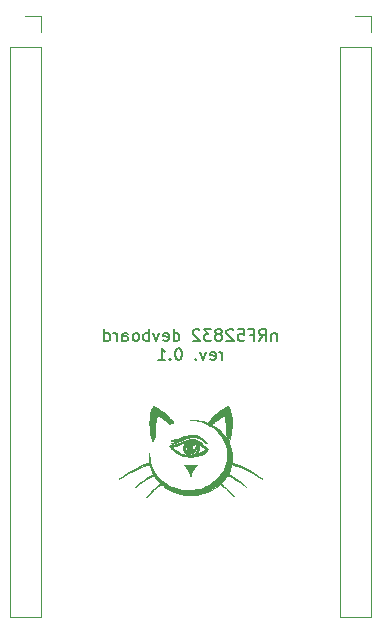
<source format=gbo>
%TF.GenerationSoftware,KiCad,Pcbnew,8.0.3-8.0.3-0~ubuntu22.04.1*%
%TF.CreationDate,2024-10-04T19:55:40+02:00*%
%TF.ProjectId,nrf52832_devboard,6e726635-3238-4333-925f-646576626f61,0.1*%
%TF.SameCoordinates,Original*%
%TF.FileFunction,Legend,Bot*%
%TF.FilePolarity,Positive*%
%FSLAX46Y46*%
G04 Gerber Fmt 4.6, Leading zero omitted, Abs format (unit mm)*
G04 Created by KiCad (PCBNEW 8.0.3-8.0.3-0~ubuntu22.04.1) date 2024-10-04 19:55:40*
%MOMM*%
%LPD*%
G01*
G04 APERTURE LIST*
%ADD10C,0.150000*%
%ADD11C,0.010000*%
%ADD12C,0.120000*%
%ADD13O,1.100000X1.700000*%
%ADD14R,1.700000X1.700000*%
%ADD15O,1.700000X1.700000*%
G04 APERTURE END LIST*
D10*
X166035714Y-83953208D02*
X166035714Y-84619875D01*
X166035714Y-84048446D02*
X165988095Y-84000827D01*
X165988095Y-84000827D02*
X165892857Y-83953208D01*
X165892857Y-83953208D02*
X165750000Y-83953208D01*
X165750000Y-83953208D02*
X165654762Y-84000827D01*
X165654762Y-84000827D02*
X165607143Y-84096065D01*
X165607143Y-84096065D02*
X165607143Y-84619875D01*
X164559524Y-84619875D02*
X164892857Y-84143684D01*
X165130952Y-84619875D02*
X165130952Y-83619875D01*
X165130952Y-83619875D02*
X164750000Y-83619875D01*
X164750000Y-83619875D02*
X164654762Y-83667494D01*
X164654762Y-83667494D02*
X164607143Y-83715113D01*
X164607143Y-83715113D02*
X164559524Y-83810351D01*
X164559524Y-83810351D02*
X164559524Y-83953208D01*
X164559524Y-83953208D02*
X164607143Y-84048446D01*
X164607143Y-84048446D02*
X164654762Y-84096065D01*
X164654762Y-84096065D02*
X164750000Y-84143684D01*
X164750000Y-84143684D02*
X165130952Y-84143684D01*
X163797619Y-84096065D02*
X164130952Y-84096065D01*
X164130952Y-84619875D02*
X164130952Y-83619875D01*
X164130952Y-83619875D02*
X163654762Y-83619875D01*
X162797619Y-83619875D02*
X163273809Y-83619875D01*
X163273809Y-83619875D02*
X163321428Y-84096065D01*
X163321428Y-84096065D02*
X163273809Y-84048446D01*
X163273809Y-84048446D02*
X163178571Y-84000827D01*
X163178571Y-84000827D02*
X162940476Y-84000827D01*
X162940476Y-84000827D02*
X162845238Y-84048446D01*
X162845238Y-84048446D02*
X162797619Y-84096065D01*
X162797619Y-84096065D02*
X162750000Y-84191303D01*
X162750000Y-84191303D02*
X162750000Y-84429398D01*
X162750000Y-84429398D02*
X162797619Y-84524636D01*
X162797619Y-84524636D02*
X162845238Y-84572256D01*
X162845238Y-84572256D02*
X162940476Y-84619875D01*
X162940476Y-84619875D02*
X163178571Y-84619875D01*
X163178571Y-84619875D02*
X163273809Y-84572256D01*
X163273809Y-84572256D02*
X163321428Y-84524636D01*
X162369047Y-83715113D02*
X162321428Y-83667494D01*
X162321428Y-83667494D02*
X162226190Y-83619875D01*
X162226190Y-83619875D02*
X161988095Y-83619875D01*
X161988095Y-83619875D02*
X161892857Y-83667494D01*
X161892857Y-83667494D02*
X161845238Y-83715113D01*
X161845238Y-83715113D02*
X161797619Y-83810351D01*
X161797619Y-83810351D02*
X161797619Y-83905589D01*
X161797619Y-83905589D02*
X161845238Y-84048446D01*
X161845238Y-84048446D02*
X162416666Y-84619875D01*
X162416666Y-84619875D02*
X161797619Y-84619875D01*
X161226190Y-84048446D02*
X161321428Y-84000827D01*
X161321428Y-84000827D02*
X161369047Y-83953208D01*
X161369047Y-83953208D02*
X161416666Y-83857970D01*
X161416666Y-83857970D02*
X161416666Y-83810351D01*
X161416666Y-83810351D02*
X161369047Y-83715113D01*
X161369047Y-83715113D02*
X161321428Y-83667494D01*
X161321428Y-83667494D02*
X161226190Y-83619875D01*
X161226190Y-83619875D02*
X161035714Y-83619875D01*
X161035714Y-83619875D02*
X160940476Y-83667494D01*
X160940476Y-83667494D02*
X160892857Y-83715113D01*
X160892857Y-83715113D02*
X160845238Y-83810351D01*
X160845238Y-83810351D02*
X160845238Y-83857970D01*
X160845238Y-83857970D02*
X160892857Y-83953208D01*
X160892857Y-83953208D02*
X160940476Y-84000827D01*
X160940476Y-84000827D02*
X161035714Y-84048446D01*
X161035714Y-84048446D02*
X161226190Y-84048446D01*
X161226190Y-84048446D02*
X161321428Y-84096065D01*
X161321428Y-84096065D02*
X161369047Y-84143684D01*
X161369047Y-84143684D02*
X161416666Y-84238922D01*
X161416666Y-84238922D02*
X161416666Y-84429398D01*
X161416666Y-84429398D02*
X161369047Y-84524636D01*
X161369047Y-84524636D02*
X161321428Y-84572256D01*
X161321428Y-84572256D02*
X161226190Y-84619875D01*
X161226190Y-84619875D02*
X161035714Y-84619875D01*
X161035714Y-84619875D02*
X160940476Y-84572256D01*
X160940476Y-84572256D02*
X160892857Y-84524636D01*
X160892857Y-84524636D02*
X160845238Y-84429398D01*
X160845238Y-84429398D02*
X160845238Y-84238922D01*
X160845238Y-84238922D02*
X160892857Y-84143684D01*
X160892857Y-84143684D02*
X160940476Y-84096065D01*
X160940476Y-84096065D02*
X161035714Y-84048446D01*
X160511904Y-83619875D02*
X159892857Y-83619875D01*
X159892857Y-83619875D02*
X160226190Y-84000827D01*
X160226190Y-84000827D02*
X160083333Y-84000827D01*
X160083333Y-84000827D02*
X159988095Y-84048446D01*
X159988095Y-84048446D02*
X159940476Y-84096065D01*
X159940476Y-84096065D02*
X159892857Y-84191303D01*
X159892857Y-84191303D02*
X159892857Y-84429398D01*
X159892857Y-84429398D02*
X159940476Y-84524636D01*
X159940476Y-84524636D02*
X159988095Y-84572256D01*
X159988095Y-84572256D02*
X160083333Y-84619875D01*
X160083333Y-84619875D02*
X160369047Y-84619875D01*
X160369047Y-84619875D02*
X160464285Y-84572256D01*
X160464285Y-84572256D02*
X160511904Y-84524636D01*
X159511904Y-83715113D02*
X159464285Y-83667494D01*
X159464285Y-83667494D02*
X159369047Y-83619875D01*
X159369047Y-83619875D02*
X159130952Y-83619875D01*
X159130952Y-83619875D02*
X159035714Y-83667494D01*
X159035714Y-83667494D02*
X158988095Y-83715113D01*
X158988095Y-83715113D02*
X158940476Y-83810351D01*
X158940476Y-83810351D02*
X158940476Y-83905589D01*
X158940476Y-83905589D02*
X158988095Y-84048446D01*
X158988095Y-84048446D02*
X159559523Y-84619875D01*
X159559523Y-84619875D02*
X158940476Y-84619875D01*
X157321428Y-84619875D02*
X157321428Y-83619875D01*
X157321428Y-84572256D02*
X157416666Y-84619875D01*
X157416666Y-84619875D02*
X157607142Y-84619875D01*
X157607142Y-84619875D02*
X157702380Y-84572256D01*
X157702380Y-84572256D02*
X157749999Y-84524636D01*
X157749999Y-84524636D02*
X157797618Y-84429398D01*
X157797618Y-84429398D02*
X157797618Y-84143684D01*
X157797618Y-84143684D02*
X157749999Y-84048446D01*
X157749999Y-84048446D02*
X157702380Y-84000827D01*
X157702380Y-84000827D02*
X157607142Y-83953208D01*
X157607142Y-83953208D02*
X157416666Y-83953208D01*
X157416666Y-83953208D02*
X157321428Y-84000827D01*
X156464285Y-84572256D02*
X156559523Y-84619875D01*
X156559523Y-84619875D02*
X156749999Y-84619875D01*
X156749999Y-84619875D02*
X156845237Y-84572256D01*
X156845237Y-84572256D02*
X156892856Y-84477017D01*
X156892856Y-84477017D02*
X156892856Y-84096065D01*
X156892856Y-84096065D02*
X156845237Y-84000827D01*
X156845237Y-84000827D02*
X156749999Y-83953208D01*
X156749999Y-83953208D02*
X156559523Y-83953208D01*
X156559523Y-83953208D02*
X156464285Y-84000827D01*
X156464285Y-84000827D02*
X156416666Y-84096065D01*
X156416666Y-84096065D02*
X156416666Y-84191303D01*
X156416666Y-84191303D02*
X156892856Y-84286541D01*
X156083332Y-83953208D02*
X155845237Y-84619875D01*
X155845237Y-84619875D02*
X155607142Y-83953208D01*
X155226189Y-84619875D02*
X155226189Y-83619875D01*
X155226189Y-84000827D02*
X155130951Y-83953208D01*
X155130951Y-83953208D02*
X154940475Y-83953208D01*
X154940475Y-83953208D02*
X154845237Y-84000827D01*
X154845237Y-84000827D02*
X154797618Y-84048446D01*
X154797618Y-84048446D02*
X154749999Y-84143684D01*
X154749999Y-84143684D02*
X154749999Y-84429398D01*
X154749999Y-84429398D02*
X154797618Y-84524636D01*
X154797618Y-84524636D02*
X154845237Y-84572256D01*
X154845237Y-84572256D02*
X154940475Y-84619875D01*
X154940475Y-84619875D02*
X155130951Y-84619875D01*
X155130951Y-84619875D02*
X155226189Y-84572256D01*
X154178570Y-84619875D02*
X154273808Y-84572256D01*
X154273808Y-84572256D02*
X154321427Y-84524636D01*
X154321427Y-84524636D02*
X154369046Y-84429398D01*
X154369046Y-84429398D02*
X154369046Y-84143684D01*
X154369046Y-84143684D02*
X154321427Y-84048446D01*
X154321427Y-84048446D02*
X154273808Y-84000827D01*
X154273808Y-84000827D02*
X154178570Y-83953208D01*
X154178570Y-83953208D02*
X154035713Y-83953208D01*
X154035713Y-83953208D02*
X153940475Y-84000827D01*
X153940475Y-84000827D02*
X153892856Y-84048446D01*
X153892856Y-84048446D02*
X153845237Y-84143684D01*
X153845237Y-84143684D02*
X153845237Y-84429398D01*
X153845237Y-84429398D02*
X153892856Y-84524636D01*
X153892856Y-84524636D02*
X153940475Y-84572256D01*
X153940475Y-84572256D02*
X154035713Y-84619875D01*
X154035713Y-84619875D02*
X154178570Y-84619875D01*
X152988094Y-84619875D02*
X152988094Y-84096065D01*
X152988094Y-84096065D02*
X153035713Y-84000827D01*
X153035713Y-84000827D02*
X153130951Y-83953208D01*
X153130951Y-83953208D02*
X153321427Y-83953208D01*
X153321427Y-83953208D02*
X153416665Y-84000827D01*
X152988094Y-84572256D02*
X153083332Y-84619875D01*
X153083332Y-84619875D02*
X153321427Y-84619875D01*
X153321427Y-84619875D02*
X153416665Y-84572256D01*
X153416665Y-84572256D02*
X153464284Y-84477017D01*
X153464284Y-84477017D02*
X153464284Y-84381779D01*
X153464284Y-84381779D02*
X153416665Y-84286541D01*
X153416665Y-84286541D02*
X153321427Y-84238922D01*
X153321427Y-84238922D02*
X153083332Y-84238922D01*
X153083332Y-84238922D02*
X152988094Y-84191303D01*
X152511903Y-84619875D02*
X152511903Y-83953208D01*
X152511903Y-84143684D02*
X152464284Y-84048446D01*
X152464284Y-84048446D02*
X152416665Y-84000827D01*
X152416665Y-84000827D02*
X152321427Y-83953208D01*
X152321427Y-83953208D02*
X152226189Y-83953208D01*
X151464284Y-84619875D02*
X151464284Y-83619875D01*
X151464284Y-84572256D02*
X151559522Y-84619875D01*
X151559522Y-84619875D02*
X151749998Y-84619875D01*
X151749998Y-84619875D02*
X151845236Y-84572256D01*
X151845236Y-84572256D02*
X151892855Y-84524636D01*
X151892855Y-84524636D02*
X151940474Y-84429398D01*
X151940474Y-84429398D02*
X151940474Y-84143684D01*
X151940474Y-84143684D02*
X151892855Y-84048446D01*
X151892855Y-84048446D02*
X151845236Y-84000827D01*
X151845236Y-84000827D02*
X151749998Y-83953208D01*
X151749998Y-83953208D02*
X151559522Y-83953208D01*
X151559522Y-83953208D02*
X151464284Y-84000827D01*
X161440475Y-86229819D02*
X161440475Y-85563152D01*
X161440475Y-85753628D02*
X161392856Y-85658390D01*
X161392856Y-85658390D02*
X161345237Y-85610771D01*
X161345237Y-85610771D02*
X161249999Y-85563152D01*
X161249999Y-85563152D02*
X161154761Y-85563152D01*
X160440475Y-86182200D02*
X160535713Y-86229819D01*
X160535713Y-86229819D02*
X160726189Y-86229819D01*
X160726189Y-86229819D02*
X160821427Y-86182200D01*
X160821427Y-86182200D02*
X160869046Y-86086961D01*
X160869046Y-86086961D02*
X160869046Y-85706009D01*
X160869046Y-85706009D02*
X160821427Y-85610771D01*
X160821427Y-85610771D02*
X160726189Y-85563152D01*
X160726189Y-85563152D02*
X160535713Y-85563152D01*
X160535713Y-85563152D02*
X160440475Y-85610771D01*
X160440475Y-85610771D02*
X160392856Y-85706009D01*
X160392856Y-85706009D02*
X160392856Y-85801247D01*
X160392856Y-85801247D02*
X160869046Y-85896485D01*
X160059522Y-85563152D02*
X159821427Y-86229819D01*
X159821427Y-86229819D02*
X159583332Y-85563152D01*
X159202379Y-86134580D02*
X159154760Y-86182200D01*
X159154760Y-86182200D02*
X159202379Y-86229819D01*
X159202379Y-86229819D02*
X159249998Y-86182200D01*
X159249998Y-86182200D02*
X159202379Y-86134580D01*
X159202379Y-86134580D02*
X159202379Y-86229819D01*
X157773808Y-85229819D02*
X157678570Y-85229819D01*
X157678570Y-85229819D02*
X157583332Y-85277438D01*
X157583332Y-85277438D02*
X157535713Y-85325057D01*
X157535713Y-85325057D02*
X157488094Y-85420295D01*
X157488094Y-85420295D02*
X157440475Y-85610771D01*
X157440475Y-85610771D02*
X157440475Y-85848866D01*
X157440475Y-85848866D02*
X157488094Y-86039342D01*
X157488094Y-86039342D02*
X157535713Y-86134580D01*
X157535713Y-86134580D02*
X157583332Y-86182200D01*
X157583332Y-86182200D02*
X157678570Y-86229819D01*
X157678570Y-86229819D02*
X157773808Y-86229819D01*
X157773808Y-86229819D02*
X157869046Y-86182200D01*
X157869046Y-86182200D02*
X157916665Y-86134580D01*
X157916665Y-86134580D02*
X157964284Y-86039342D01*
X157964284Y-86039342D02*
X158011903Y-85848866D01*
X158011903Y-85848866D02*
X158011903Y-85610771D01*
X158011903Y-85610771D02*
X157964284Y-85420295D01*
X157964284Y-85420295D02*
X157916665Y-85325057D01*
X157916665Y-85325057D02*
X157869046Y-85277438D01*
X157869046Y-85277438D02*
X157773808Y-85229819D01*
X157011903Y-86134580D02*
X156964284Y-86182200D01*
X156964284Y-86182200D02*
X157011903Y-86229819D01*
X157011903Y-86229819D02*
X157059522Y-86182200D01*
X157059522Y-86182200D02*
X157011903Y-86134580D01*
X157011903Y-86134580D02*
X157011903Y-86229819D01*
X156011904Y-86229819D02*
X156583332Y-86229819D01*
X156297618Y-86229819D02*
X156297618Y-85229819D01*
X156297618Y-85229819D02*
X156392856Y-85372676D01*
X156392856Y-85372676D02*
X156488094Y-85467914D01*
X156488094Y-85467914D02*
X156583332Y-85515533D01*
D11*
%TO.C,G1*%
X158752452Y-95136366D02*
X158841869Y-95136494D01*
X158956880Y-95136772D01*
X159049983Y-95137231D01*
X159123276Y-95137965D01*
X159178860Y-95139064D01*
X159218832Y-95140620D01*
X159245293Y-95142726D01*
X159260341Y-95145473D01*
X159266076Y-95148953D01*
X159264596Y-95153258D01*
X159258000Y-95158480D01*
X159203434Y-95200488D01*
X159119240Y-95285436D01*
X159038282Y-95391123D01*
X158962246Y-95514704D01*
X158892817Y-95653336D01*
X158831679Y-95804174D01*
X158780519Y-95964375D01*
X158779643Y-95967503D01*
X158766941Y-96009235D01*
X158756071Y-96038844D01*
X158749303Y-96050100D01*
X158743479Y-96042107D01*
X158732347Y-96015641D01*
X158719241Y-95977075D01*
X158706770Y-95939200D01*
X158677027Y-95858045D01*
X158641175Y-95768281D01*
X158602657Y-95678115D01*
X158564918Y-95595752D01*
X158531400Y-95529400D01*
X158466228Y-95419083D01*
X158381719Y-95302508D01*
X158291668Y-95206539D01*
X158215153Y-95135700D01*
X158752452Y-95136366D01*
G36*
X158752452Y-95136366D02*
G01*
X158841869Y-95136494D01*
X158956880Y-95136772D01*
X159049983Y-95137231D01*
X159123276Y-95137965D01*
X159178860Y-95139064D01*
X159218832Y-95140620D01*
X159245293Y-95142726D01*
X159260341Y-95145473D01*
X159266076Y-95148953D01*
X159264596Y-95153258D01*
X159258000Y-95158480D01*
X159203434Y-95200488D01*
X159119240Y-95285436D01*
X159038282Y-95391123D01*
X158962246Y-95514704D01*
X158892817Y-95653336D01*
X158831679Y-95804174D01*
X158780519Y-95964375D01*
X158779643Y-95967503D01*
X158766941Y-96009235D01*
X158756071Y-96038844D01*
X158749303Y-96050100D01*
X158743479Y-96042107D01*
X158732347Y-96015641D01*
X158719241Y-95977075D01*
X158706770Y-95939200D01*
X158677027Y-95858045D01*
X158641175Y-95768281D01*
X158602657Y-95678115D01*
X158564918Y-95595752D01*
X158531400Y-95529400D01*
X158466228Y-95419083D01*
X158381719Y-95302508D01*
X158291668Y-95206539D01*
X158215153Y-95135700D01*
X158752452Y-95136366D01*
G37*
X158854654Y-93339889D02*
X158897644Y-93344403D01*
X158931836Y-93354000D01*
X158965900Y-93370335D01*
X158993506Y-93385805D01*
X159009645Y-93397136D01*
X159007286Y-93402695D01*
X158988616Y-93405904D01*
X158965304Y-93412395D01*
X158923679Y-93439820D01*
X158887677Y-93481889D01*
X158863856Y-93531976D01*
X158861345Y-93540585D01*
X158855015Y-93573495D01*
X158859133Y-93602107D01*
X158875056Y-93639432D01*
X158910990Y-93691960D01*
X158959812Y-93726654D01*
X159017161Y-93738700D01*
X159052072Y-93733098D01*
X159094835Y-93715024D01*
X159130596Y-93689529D01*
X159150251Y-93661869D01*
X159157258Y-93647588D01*
X159171549Y-93637100D01*
X159171972Y-93637118D01*
X159180151Y-93649355D01*
X159183277Y-93680264D01*
X159181946Y-93723982D01*
X159176750Y-93774647D01*
X159168284Y-93826396D01*
X159157143Y-93873366D01*
X159143920Y-93909695D01*
X159113797Y-93961420D01*
X159052245Y-94032522D01*
X158977910Y-94087304D01*
X158896050Y-94121275D01*
X158841299Y-94128364D01*
X158772830Y-94125845D01*
X158704096Y-94114384D01*
X158646580Y-94095183D01*
X158583057Y-94056295D01*
X158514434Y-93990725D01*
X158460249Y-93910150D01*
X158456472Y-93902825D01*
X158441200Y-93868395D01*
X158432264Y-93834189D01*
X158428071Y-93791683D01*
X158427027Y-93732350D01*
X158427065Y-93717727D01*
X158428639Y-93662838D01*
X158433706Y-93622850D01*
X158443890Y-93589165D01*
X158460810Y-93553185D01*
X158480222Y-93517875D01*
X158520760Y-93458912D01*
X158566795Y-93414116D01*
X158625125Y-93376165D01*
X158635500Y-93370497D01*
X158670760Y-93353644D01*
X158703973Y-93344040D01*
X158744274Y-93339740D01*
X158800800Y-93338802D01*
X158854654Y-93339889D01*
G36*
X158854654Y-93339889D02*
G01*
X158897644Y-93344403D01*
X158931836Y-93354000D01*
X158965900Y-93370335D01*
X158993506Y-93385805D01*
X159009645Y-93397136D01*
X159007286Y-93402695D01*
X158988616Y-93405904D01*
X158965304Y-93412395D01*
X158923679Y-93439820D01*
X158887677Y-93481889D01*
X158863856Y-93531976D01*
X158861345Y-93540585D01*
X158855015Y-93573495D01*
X158859133Y-93602107D01*
X158875056Y-93639432D01*
X158910990Y-93691960D01*
X158959812Y-93726654D01*
X159017161Y-93738700D01*
X159052072Y-93733098D01*
X159094835Y-93715024D01*
X159130596Y-93689529D01*
X159150251Y-93661869D01*
X159157258Y-93647588D01*
X159171549Y-93637100D01*
X159171972Y-93637118D01*
X159180151Y-93649355D01*
X159183277Y-93680264D01*
X159181946Y-93723982D01*
X159176750Y-93774647D01*
X159168284Y-93826396D01*
X159157143Y-93873366D01*
X159143920Y-93909695D01*
X159113797Y-93961420D01*
X159052245Y-94032522D01*
X158977910Y-94087304D01*
X158896050Y-94121275D01*
X158841299Y-94128364D01*
X158772830Y-94125845D01*
X158704096Y-94114384D01*
X158646580Y-94095183D01*
X158583057Y-94056295D01*
X158514434Y-93990725D01*
X158460249Y-93910150D01*
X158456472Y-93902825D01*
X158441200Y-93868395D01*
X158432264Y-93834189D01*
X158428071Y-93791683D01*
X158427027Y-93732350D01*
X158427065Y-93717727D01*
X158428639Y-93662838D01*
X158433706Y-93622850D01*
X158443890Y-93589165D01*
X158460810Y-93553185D01*
X158480222Y-93517875D01*
X158520760Y-93458912D01*
X158566795Y-93414116D01*
X158625125Y-93376165D01*
X158635500Y-93370497D01*
X158670760Y-93353644D01*
X158703973Y-93344040D01*
X158744274Y-93339740D01*
X158800800Y-93338802D01*
X158854654Y-93339889D01*
G37*
X158972933Y-92568370D02*
X159087880Y-92574530D01*
X159189338Y-92589216D01*
X159285610Y-92613932D01*
X159385000Y-92650179D01*
X159393777Y-92653822D01*
X159536443Y-92725487D01*
X159679471Y-92819989D01*
X159820140Y-92935114D01*
X159955724Y-93068644D01*
X160083500Y-93218365D01*
X160127950Y-93275146D01*
X160058100Y-93225120D01*
X159929590Y-93134270D01*
X159814180Y-93055680D01*
X159712335Y-92990270D01*
X159621050Y-92936470D01*
X159537321Y-92892714D01*
X159458143Y-92857435D01*
X159380510Y-92829063D01*
X159301419Y-92806033D01*
X159217864Y-92786776D01*
X159210773Y-92785329D01*
X159076620Y-92764003D01*
X158943548Y-92755111D01*
X158809040Y-92759196D01*
X158670579Y-92776805D01*
X158525647Y-92808480D01*
X158371726Y-92854767D01*
X158206298Y-92916210D01*
X158026846Y-92993354D01*
X157830852Y-93086743D01*
X157814147Y-93095012D01*
X157699492Y-93150775D01*
X157602499Y-93195737D01*
X157519242Y-93231399D01*
X157445796Y-93259268D01*
X157378232Y-93280845D01*
X157312626Y-93297637D01*
X157245050Y-93311146D01*
X157227735Y-93312639D01*
X157190959Y-93310604D01*
X157155744Y-93304197D01*
X157134001Y-93295135D01*
X157137323Y-93290368D01*
X157159601Y-93278721D01*
X157198115Y-93262888D01*
X157248301Y-93244877D01*
X157289093Y-93230481D01*
X157367040Y-93200132D01*
X157443462Y-93167164D01*
X157512700Y-93134194D01*
X157569098Y-93103845D01*
X157607000Y-93078735D01*
X157638750Y-93053096D01*
X157594300Y-93062523D01*
X157586110Y-93063855D01*
X157549498Y-93067043D01*
X157495591Y-93069612D01*
X157430254Y-93071326D01*
X157359350Y-93071950D01*
X157351737Y-93071946D01*
X157275019Y-93071307D01*
X157218937Y-93069285D01*
X157179118Y-93065477D01*
X157151188Y-93059480D01*
X157130771Y-93050892D01*
X157092691Y-93029834D01*
X157143471Y-93021091D01*
X157187854Y-93012922D01*
X157288887Y-92991003D01*
X157403720Y-92961892D01*
X157534267Y-92925037D01*
X157682442Y-92879886D01*
X157850157Y-92825887D01*
X158039327Y-92762486D01*
X158061166Y-92755068D01*
X158212895Y-92704854D01*
X158345287Y-92663838D01*
X158461858Y-92631255D01*
X158566123Y-92606335D01*
X158661598Y-92588313D01*
X158751797Y-92576420D01*
X158840236Y-92569889D01*
X158930430Y-92567952D01*
X158972933Y-92568370D01*
G36*
X158972933Y-92568370D02*
G01*
X159087880Y-92574530D01*
X159189338Y-92589216D01*
X159285610Y-92613932D01*
X159385000Y-92650179D01*
X159393777Y-92653822D01*
X159536443Y-92725487D01*
X159679471Y-92819989D01*
X159820140Y-92935114D01*
X159955724Y-93068644D01*
X160083500Y-93218365D01*
X160127950Y-93275146D01*
X160058100Y-93225120D01*
X159929590Y-93134270D01*
X159814180Y-93055680D01*
X159712335Y-92990270D01*
X159621050Y-92936470D01*
X159537321Y-92892714D01*
X159458143Y-92857435D01*
X159380510Y-92829063D01*
X159301419Y-92806033D01*
X159217864Y-92786776D01*
X159210773Y-92785329D01*
X159076620Y-92764003D01*
X158943548Y-92755111D01*
X158809040Y-92759196D01*
X158670579Y-92776805D01*
X158525647Y-92808480D01*
X158371726Y-92854767D01*
X158206298Y-92916210D01*
X158026846Y-92993354D01*
X157830852Y-93086743D01*
X157814147Y-93095012D01*
X157699492Y-93150775D01*
X157602499Y-93195737D01*
X157519242Y-93231399D01*
X157445796Y-93259268D01*
X157378232Y-93280845D01*
X157312626Y-93297637D01*
X157245050Y-93311146D01*
X157227735Y-93312639D01*
X157190959Y-93310604D01*
X157155744Y-93304197D01*
X157134001Y-93295135D01*
X157137323Y-93290368D01*
X157159601Y-93278721D01*
X157198115Y-93262888D01*
X157248301Y-93244877D01*
X157289093Y-93230481D01*
X157367040Y-93200132D01*
X157443462Y-93167164D01*
X157512700Y-93134194D01*
X157569098Y-93103845D01*
X157607000Y-93078735D01*
X157638750Y-93053096D01*
X157594300Y-93062523D01*
X157586110Y-93063855D01*
X157549498Y-93067043D01*
X157495591Y-93069612D01*
X157430254Y-93071326D01*
X157359350Y-93071950D01*
X157351737Y-93071946D01*
X157275019Y-93071307D01*
X157218937Y-93069285D01*
X157179118Y-93065477D01*
X157151188Y-93059480D01*
X157130771Y-93050892D01*
X157092691Y-93029834D01*
X157143471Y-93021091D01*
X157187854Y-93012922D01*
X157288887Y-92991003D01*
X157403720Y-92961892D01*
X157534267Y-92925037D01*
X157682442Y-92879886D01*
X157850157Y-92825887D01*
X158039327Y-92762486D01*
X158061166Y-92755068D01*
X158212895Y-92704854D01*
X158345287Y-92663838D01*
X158461858Y-92631255D01*
X158566123Y-92606335D01*
X158661598Y-92588313D01*
X158751797Y-92576420D01*
X158840236Y-92569889D01*
X158930430Y-92567952D01*
X158972933Y-92568370D01*
G37*
X155594866Y-90119315D02*
X155618750Y-90126858D01*
X155659701Y-90144619D01*
X155713385Y-90170400D01*
X155775466Y-90202000D01*
X155841611Y-90237221D01*
X155907484Y-90273864D01*
X155968750Y-90309730D01*
X156091237Y-90386633D01*
X156279777Y-90517274D01*
X156466239Y-90662181D01*
X156654512Y-90824440D01*
X156848487Y-91007133D01*
X156896993Y-91055025D01*
X156968325Y-91126805D01*
X157038499Y-91198855D01*
X157105103Y-91268585D01*
X157165721Y-91333405D01*
X157217940Y-91390722D01*
X157259345Y-91437948D01*
X157287522Y-91472490D01*
X157300058Y-91491758D01*
X157295006Y-91502473D01*
X157273633Y-91514990D01*
X157272828Y-91515299D01*
X157248490Y-91525370D01*
X157206926Y-91543237D01*
X157153750Y-91566466D01*
X157094576Y-91592623D01*
X156946150Y-91658610D01*
X156854300Y-91577293D01*
X156824467Y-91551202D01*
X156748400Y-91486970D01*
X156665018Y-91419255D01*
X156576585Y-91349669D01*
X156485362Y-91279825D01*
X156393612Y-91211335D01*
X156303598Y-91145812D01*
X156217581Y-91084869D01*
X156137823Y-91030117D01*
X156066588Y-90983171D01*
X156006138Y-90945642D01*
X155958734Y-90919143D01*
X155926639Y-90905287D01*
X155912115Y-90905686D01*
X155911346Y-90907111D01*
X155903637Y-90930376D01*
X155892462Y-90973956D01*
X155878657Y-91033740D01*
X155863061Y-91105618D01*
X155846509Y-91185478D01*
X155829840Y-91269211D01*
X155813890Y-91352705D01*
X155799497Y-91431850D01*
X155787498Y-91502535D01*
X155778729Y-91560650D01*
X155771697Y-91613219D01*
X155758642Y-91718417D01*
X155748065Y-91817512D01*
X155739598Y-91915754D01*
X155732872Y-92018393D01*
X155727519Y-92130681D01*
X155723170Y-92257866D01*
X155719457Y-92405200D01*
X155711457Y-92767150D01*
X155669878Y-92837000D01*
X155667107Y-92841690D01*
X155639833Y-92890159D01*
X155608665Y-92948556D01*
X155579815Y-93005275D01*
X155570431Y-93024010D01*
X155548766Y-93064783D01*
X155531898Y-93093096D01*
X155522862Y-93103700D01*
X155521472Y-93102550D01*
X155513362Y-93084143D01*
X155500661Y-93046452D01*
X155484552Y-92993578D01*
X155466222Y-92929620D01*
X155446855Y-92858677D01*
X155427635Y-92784851D01*
X155409747Y-92712239D01*
X155361746Y-92488265D01*
X155313938Y-92187548D01*
X155285352Y-91889673D01*
X155275901Y-91596704D01*
X155285497Y-91310704D01*
X155314054Y-91033736D01*
X155361484Y-90767864D01*
X155427701Y-90515150D01*
X155512616Y-90277658D01*
X155518979Y-90262358D01*
X155543654Y-90206221D01*
X155565714Y-90160762D01*
X155582957Y-90130312D01*
X155593181Y-90119200D01*
X155594866Y-90119315D01*
G36*
X155594866Y-90119315D02*
G01*
X155618750Y-90126858D01*
X155659701Y-90144619D01*
X155713385Y-90170400D01*
X155775466Y-90202000D01*
X155841611Y-90237221D01*
X155907484Y-90273864D01*
X155968750Y-90309730D01*
X156091237Y-90386633D01*
X156279777Y-90517274D01*
X156466239Y-90662181D01*
X156654512Y-90824440D01*
X156848487Y-91007133D01*
X156896993Y-91055025D01*
X156968325Y-91126805D01*
X157038499Y-91198855D01*
X157105103Y-91268585D01*
X157165721Y-91333405D01*
X157217940Y-91390722D01*
X157259345Y-91437948D01*
X157287522Y-91472490D01*
X157300058Y-91491758D01*
X157295006Y-91502473D01*
X157273633Y-91514990D01*
X157272828Y-91515299D01*
X157248490Y-91525370D01*
X157206926Y-91543237D01*
X157153750Y-91566466D01*
X157094576Y-91592623D01*
X156946150Y-91658610D01*
X156854300Y-91577293D01*
X156824467Y-91551202D01*
X156748400Y-91486970D01*
X156665018Y-91419255D01*
X156576585Y-91349669D01*
X156485362Y-91279825D01*
X156393612Y-91211335D01*
X156303598Y-91145812D01*
X156217581Y-91084869D01*
X156137823Y-91030117D01*
X156066588Y-90983171D01*
X156006138Y-90945642D01*
X155958734Y-90919143D01*
X155926639Y-90905287D01*
X155912115Y-90905686D01*
X155911346Y-90907111D01*
X155903637Y-90930376D01*
X155892462Y-90973956D01*
X155878657Y-91033740D01*
X155863061Y-91105618D01*
X155846509Y-91185478D01*
X155829840Y-91269211D01*
X155813890Y-91352705D01*
X155799497Y-91431850D01*
X155787498Y-91502535D01*
X155778729Y-91560650D01*
X155771697Y-91613219D01*
X155758642Y-91718417D01*
X155748065Y-91817512D01*
X155739598Y-91915754D01*
X155732872Y-92018393D01*
X155727519Y-92130681D01*
X155723170Y-92257866D01*
X155719457Y-92405200D01*
X155711457Y-92767150D01*
X155669878Y-92837000D01*
X155667107Y-92841690D01*
X155639833Y-92890159D01*
X155608665Y-92948556D01*
X155579815Y-93005275D01*
X155570431Y-93024010D01*
X155548766Y-93064783D01*
X155531898Y-93093096D01*
X155522862Y-93103700D01*
X155521472Y-93102550D01*
X155513362Y-93084143D01*
X155500661Y-93046452D01*
X155484552Y-92993578D01*
X155466222Y-92929620D01*
X155446855Y-92858677D01*
X155427635Y-92784851D01*
X155409747Y-92712239D01*
X155361746Y-92488265D01*
X155313938Y-92187548D01*
X155285352Y-91889673D01*
X155275901Y-91596704D01*
X155285497Y-91310704D01*
X155314054Y-91033736D01*
X155361484Y-90767864D01*
X155427701Y-90515150D01*
X155512616Y-90277658D01*
X155518979Y-90262358D01*
X155543654Y-90206221D01*
X155565714Y-90160762D01*
X155582957Y-90130312D01*
X155593181Y-90119200D01*
X155594866Y-90119315D01*
G37*
X160197800Y-93788606D02*
X160193478Y-93798630D01*
X160176245Y-93824788D01*
X160149847Y-93860406D01*
X160118587Y-93899925D01*
X160086768Y-93937780D01*
X160058694Y-93968411D01*
X159945049Y-94068648D01*
X159806059Y-94162226D01*
X159649693Y-94242685D01*
X159549490Y-94281424D01*
X159478877Y-94308724D01*
X159296537Y-94359040D01*
X159105600Y-94392332D01*
X158876946Y-94410027D01*
X158633035Y-94405807D01*
X158390101Y-94378581D01*
X158151544Y-94328901D01*
X157920766Y-94257318D01*
X157701168Y-94164384D01*
X157603377Y-94114142D01*
X157452865Y-94023167D01*
X157316344Y-93921038D01*
X157186762Y-93802798D01*
X157174221Y-93790189D01*
X157122214Y-93735585D01*
X157071805Y-93679346D01*
X157025656Y-93624802D01*
X156997921Y-93589790D01*
X157160754Y-93589790D01*
X157209252Y-93640369D01*
X157252670Y-93684380D01*
X157412741Y-93827598D01*
X157584838Y-93954551D01*
X157765784Y-94063471D01*
X157952404Y-94152590D01*
X158141523Y-94220138D01*
X158329963Y-94264349D01*
X158384754Y-94273520D01*
X158434738Y-94281010D01*
X158464275Y-94283660D01*
X158475895Y-94281424D01*
X158472130Y-94274257D01*
X158455508Y-94262115D01*
X158422743Y-94238056D01*
X158361128Y-94182466D01*
X158301670Y-94117411D01*
X158252664Y-94051508D01*
X158232355Y-94017833D01*
X158182019Y-93904350D01*
X158152710Y-93783524D01*
X158151890Y-93771628D01*
X158318577Y-93771628D01*
X158335768Y-93875075D01*
X158372523Y-93971235D01*
X158427699Y-94057306D01*
X158500156Y-94130488D01*
X158588751Y-94187983D01*
X158692344Y-94226989D01*
X158727029Y-94234989D01*
X158773098Y-94242804D01*
X158806644Y-94245239D01*
X158823615Y-94244295D01*
X158927970Y-94224737D01*
X159023484Y-94183853D01*
X159025295Y-94182579D01*
X159259548Y-94182579D01*
X159263092Y-94181979D01*
X159295242Y-94171932D01*
X159344103Y-94152271D01*
X159404964Y-94125257D01*
X159473119Y-94093155D01*
X159543859Y-94058226D01*
X159612476Y-94022734D01*
X159674260Y-93988943D01*
X159724505Y-93959113D01*
X159766942Y-93931553D01*
X159819444Y-93895841D01*
X159871353Y-93859119D01*
X159918564Y-93824413D01*
X159956974Y-93794749D01*
X159982479Y-93773154D01*
X159990974Y-93762652D01*
X159990196Y-93761531D01*
X159975651Y-93748009D01*
X159945740Y-93722710D01*
X159904233Y-93688774D01*
X159854900Y-93649340D01*
X159843362Y-93640198D01*
X159794994Y-93601595D01*
X159754914Y-93569165D01*
X159727019Y-93546081D01*
X159715200Y-93535517D01*
X159706484Y-93527172D01*
X159680469Y-93505116D01*
X159641710Y-93473443D01*
X159594388Y-93435461D01*
X159542682Y-93394478D01*
X159490773Y-93353803D01*
X159442841Y-93316746D01*
X159403065Y-93286615D01*
X159375627Y-93266719D01*
X159318371Y-93227326D01*
X159363571Y-93308388D01*
X159384296Y-93346384D01*
X159414868Y-93409118D01*
X159435163Y-93465445D01*
X159447132Y-93523286D01*
X159452726Y-93590564D01*
X159453895Y-93675200D01*
X159453295Y-93730090D01*
X159452090Y-93759692D01*
X159450932Y-93788144D01*
X159446051Y-93832097D01*
X159437841Y-93868475D01*
X159425492Y-93903800D01*
X159425140Y-93904682D01*
X159386425Y-93988146D01*
X159338434Y-94071333D01*
X159288270Y-94141925D01*
X159279643Y-94152732D01*
X159263649Y-94174295D01*
X159259548Y-94182579D01*
X159025295Y-94182579D01*
X159107867Y-94124505D01*
X159178826Y-94049554D01*
X159234072Y-93961861D01*
X159271311Y-93864286D01*
X159288254Y-93759692D01*
X159282608Y-93650939D01*
X159255411Y-93547706D01*
X159208576Y-93452938D01*
X159145609Y-93372196D01*
X159069384Y-93307058D01*
X158982780Y-93259105D01*
X158888673Y-93229917D01*
X158789940Y-93221072D01*
X158689458Y-93234151D01*
X158590104Y-93270732D01*
X158583524Y-93274136D01*
X158526089Y-93311993D01*
X158468339Y-93362088D01*
X158418116Y-93416907D01*
X158383265Y-93468932D01*
X158347452Y-93554067D01*
X158322091Y-93663692D01*
X158318577Y-93771628D01*
X158151890Y-93771628D01*
X158144150Y-93659318D01*
X158156061Y-93535698D01*
X158188164Y-93416628D01*
X158240182Y-93306073D01*
X158311836Y-93207998D01*
X158340533Y-93175124D01*
X158361138Y-93149678D01*
X158369000Y-93137385D01*
X158368983Y-93137269D01*
X158357154Y-93139748D01*
X158325196Y-93152038D01*
X158275760Y-93172968D01*
X158211496Y-93201366D01*
X158135056Y-93236062D01*
X158049091Y-93275885D01*
X157956250Y-93319665D01*
X157924475Y-93334763D01*
X157839276Y-93374986D01*
X157771031Y-93406592D01*
X157715287Y-93431475D01*
X157667593Y-93451526D01*
X157623497Y-93468639D01*
X157578550Y-93484705D01*
X157528298Y-93501618D01*
X157498898Y-93510976D01*
X157423204Y-93532831D01*
X157345654Y-93552741D01*
X157279102Y-93567317D01*
X157160754Y-93589790D01*
X156997921Y-93589790D01*
X156986429Y-93575283D01*
X156956785Y-93534119D01*
X156939385Y-93504640D01*
X156936891Y-93490176D01*
X156937717Y-93489687D01*
X156955828Y-93484938D01*
X156993286Y-93477440D01*
X157045204Y-93468120D01*
X157106698Y-93457907D01*
X157159337Y-93449173D01*
X157276064Y-93427214D01*
X157388724Y-93401831D01*
X157501101Y-93371811D01*
X157616980Y-93335937D01*
X157740145Y-93292993D01*
X157874381Y-93241766D01*
X158023471Y-93181039D01*
X158191200Y-93109596D01*
X158258556Y-93080646D01*
X158359583Y-93038426D01*
X158444262Y-93005043D01*
X158516710Y-92979056D01*
X158581045Y-92959026D01*
X158641386Y-92943514D01*
X158701849Y-92931079D01*
X158708663Y-92929851D01*
X158841199Y-92915859D01*
X158972959Y-92921484D01*
X159105753Y-92947341D01*
X159241390Y-92994049D01*
X159381679Y-93062221D01*
X159528430Y-93152476D01*
X159683450Y-93265428D01*
X159683744Y-93265657D01*
X159766199Y-93332199D01*
X159847883Y-93402291D01*
X159926412Y-93473507D01*
X159999402Y-93543423D01*
X160064467Y-93609613D01*
X160119224Y-93669651D01*
X160161288Y-93721113D01*
X160188275Y-93761573D01*
X160188656Y-93762652D01*
X160197800Y-93788606D01*
G36*
X160197800Y-93788606D02*
G01*
X160193478Y-93798630D01*
X160176245Y-93824788D01*
X160149847Y-93860406D01*
X160118587Y-93899925D01*
X160086768Y-93937780D01*
X160058694Y-93968411D01*
X159945049Y-94068648D01*
X159806059Y-94162226D01*
X159649693Y-94242685D01*
X159549490Y-94281424D01*
X159478877Y-94308724D01*
X159296537Y-94359040D01*
X159105600Y-94392332D01*
X158876946Y-94410027D01*
X158633035Y-94405807D01*
X158390101Y-94378581D01*
X158151544Y-94328901D01*
X157920766Y-94257318D01*
X157701168Y-94164384D01*
X157603377Y-94114142D01*
X157452865Y-94023167D01*
X157316344Y-93921038D01*
X157186762Y-93802798D01*
X157174221Y-93790189D01*
X157122214Y-93735585D01*
X157071805Y-93679346D01*
X157025656Y-93624802D01*
X156997921Y-93589790D01*
X157160754Y-93589790D01*
X157209252Y-93640369D01*
X157252670Y-93684380D01*
X157412741Y-93827598D01*
X157584838Y-93954551D01*
X157765784Y-94063471D01*
X157952404Y-94152590D01*
X158141523Y-94220138D01*
X158329963Y-94264349D01*
X158384754Y-94273520D01*
X158434738Y-94281010D01*
X158464275Y-94283660D01*
X158475895Y-94281424D01*
X158472130Y-94274257D01*
X158455508Y-94262115D01*
X158422743Y-94238056D01*
X158361128Y-94182466D01*
X158301670Y-94117411D01*
X158252664Y-94051508D01*
X158232355Y-94017833D01*
X158182019Y-93904350D01*
X158152710Y-93783524D01*
X158151890Y-93771628D01*
X158318577Y-93771628D01*
X158335768Y-93875075D01*
X158372523Y-93971235D01*
X158427699Y-94057306D01*
X158500156Y-94130488D01*
X158588751Y-94187983D01*
X158692344Y-94226989D01*
X158727029Y-94234989D01*
X158773098Y-94242804D01*
X158806644Y-94245239D01*
X158823615Y-94244295D01*
X158927970Y-94224737D01*
X159023484Y-94183853D01*
X159025295Y-94182579D01*
X159259548Y-94182579D01*
X159263092Y-94181979D01*
X159295242Y-94171932D01*
X159344103Y-94152271D01*
X159404964Y-94125257D01*
X159473119Y-94093155D01*
X159543859Y-94058226D01*
X159612476Y-94022734D01*
X159674260Y-93988943D01*
X159724505Y-93959113D01*
X159766942Y-93931553D01*
X159819444Y-93895841D01*
X159871353Y-93859119D01*
X159918564Y-93824413D01*
X159956974Y-93794749D01*
X159982479Y-93773154D01*
X159990974Y-93762652D01*
X159990196Y-93761531D01*
X159975651Y-93748009D01*
X159945740Y-93722710D01*
X159904233Y-93688774D01*
X159854900Y-93649340D01*
X159843362Y-93640198D01*
X159794994Y-93601595D01*
X159754914Y-93569165D01*
X159727019Y-93546081D01*
X159715200Y-93535517D01*
X159706484Y-93527172D01*
X159680469Y-93505116D01*
X159641710Y-93473443D01*
X159594388Y-93435461D01*
X159542682Y-93394478D01*
X159490773Y-93353803D01*
X159442841Y-93316746D01*
X159403065Y-93286615D01*
X159375627Y-93266719D01*
X159318371Y-93227326D01*
X159363571Y-93308388D01*
X159384296Y-93346384D01*
X159414868Y-93409118D01*
X159435163Y-93465445D01*
X159447132Y-93523286D01*
X159452726Y-93590564D01*
X159453895Y-93675200D01*
X159453295Y-93730090D01*
X159452090Y-93759692D01*
X159450932Y-93788144D01*
X159446051Y-93832097D01*
X159437841Y-93868475D01*
X159425492Y-93903800D01*
X159425140Y-93904682D01*
X159386425Y-93988146D01*
X159338434Y-94071333D01*
X159288270Y-94141925D01*
X159279643Y-94152732D01*
X159263649Y-94174295D01*
X159259548Y-94182579D01*
X159025295Y-94182579D01*
X159107867Y-94124505D01*
X159178826Y-94049554D01*
X159234072Y-93961861D01*
X159271311Y-93864286D01*
X159288254Y-93759692D01*
X159282608Y-93650939D01*
X159255411Y-93547706D01*
X159208576Y-93452938D01*
X159145609Y-93372196D01*
X159069384Y-93307058D01*
X158982780Y-93259105D01*
X158888673Y-93229917D01*
X158789940Y-93221072D01*
X158689458Y-93234151D01*
X158590104Y-93270732D01*
X158583524Y-93274136D01*
X158526089Y-93311993D01*
X158468339Y-93362088D01*
X158418116Y-93416907D01*
X158383265Y-93468932D01*
X158347452Y-93554067D01*
X158322091Y-93663692D01*
X158318577Y-93771628D01*
X158151890Y-93771628D01*
X158144150Y-93659318D01*
X158156061Y-93535698D01*
X158188164Y-93416628D01*
X158240182Y-93306073D01*
X158311836Y-93207998D01*
X158340533Y-93175124D01*
X158361138Y-93149678D01*
X158369000Y-93137385D01*
X158368983Y-93137269D01*
X158357154Y-93139748D01*
X158325196Y-93152038D01*
X158275760Y-93172968D01*
X158211496Y-93201366D01*
X158135056Y-93236062D01*
X158049091Y-93275885D01*
X157956250Y-93319665D01*
X157924475Y-93334763D01*
X157839276Y-93374986D01*
X157771031Y-93406592D01*
X157715287Y-93431475D01*
X157667593Y-93451526D01*
X157623497Y-93468639D01*
X157578550Y-93484705D01*
X157528298Y-93501618D01*
X157498898Y-93510976D01*
X157423204Y-93532831D01*
X157345654Y-93552741D01*
X157279102Y-93567317D01*
X157160754Y-93589790D01*
X156997921Y-93589790D01*
X156986429Y-93575283D01*
X156956785Y-93534119D01*
X156939385Y-93504640D01*
X156936891Y-93490176D01*
X156937717Y-93489687D01*
X156955828Y-93484938D01*
X156993286Y-93477440D01*
X157045204Y-93468120D01*
X157106698Y-93457907D01*
X157159337Y-93449173D01*
X157276064Y-93427214D01*
X157388724Y-93401831D01*
X157501101Y-93371811D01*
X157616980Y-93335937D01*
X157740145Y-93292993D01*
X157874381Y-93241766D01*
X158023471Y-93181039D01*
X158191200Y-93109596D01*
X158258556Y-93080646D01*
X158359583Y-93038426D01*
X158444262Y-93005043D01*
X158516710Y-92979056D01*
X158581045Y-92959026D01*
X158641386Y-92943514D01*
X158701849Y-92931079D01*
X158708663Y-92929851D01*
X158841199Y-92915859D01*
X158972959Y-92921484D01*
X159105753Y-92947341D01*
X159241390Y-92994049D01*
X159381679Y-93062221D01*
X159528430Y-93152476D01*
X159683450Y-93265428D01*
X159683744Y-93265657D01*
X159766199Y-93332199D01*
X159847883Y-93402291D01*
X159926412Y-93473507D01*
X159999402Y-93543423D01*
X160064467Y-93609613D01*
X160119224Y-93669651D01*
X160161288Y-93721113D01*
X160188275Y-93761573D01*
X160188656Y-93762652D01*
X160197800Y-93788606D01*
G37*
X162082704Y-92821625D02*
X162012504Y-93064833D01*
X162002648Y-93096871D01*
X161989089Y-93147744D01*
X161980968Y-93187967D01*
X161979774Y-93210883D01*
X161984328Y-93225467D01*
X161997440Y-93261037D01*
X162016397Y-93309277D01*
X162038833Y-93364050D01*
X162106119Y-93544402D01*
X162165571Y-93744447D01*
X162213388Y-93952706D01*
X162214001Y-93955834D01*
X162224337Y-94010266D01*
X162232315Y-94058104D01*
X162238249Y-94103918D01*
X162242449Y-94152278D01*
X162245228Y-94207756D01*
X162246896Y-94274922D01*
X162247765Y-94358346D01*
X162248148Y-94462600D01*
X162248044Y-94544377D01*
X162247304Y-94632429D01*
X162245988Y-94711160D01*
X162244185Y-94776550D01*
X162241986Y-94824580D01*
X162239478Y-94851230D01*
X162230106Y-94903311D01*
X162360128Y-94951052D01*
X162510870Y-95008266D01*
X162836047Y-95143545D01*
X163167688Y-95296824D01*
X163501099Y-95465672D01*
X163831584Y-95647655D01*
X164154450Y-95840343D01*
X164465000Y-96041304D01*
X164488486Y-96057208D01*
X164552814Y-96101311D01*
X164616580Y-96145718D01*
X164676382Y-96187992D01*
X164728818Y-96225695D01*
X164770484Y-96256389D01*
X164797979Y-96277635D01*
X164807900Y-96286996D01*
X164807693Y-96288587D01*
X164804959Y-96289361D01*
X164796513Y-96285710D01*
X164779215Y-96275788D01*
X164749924Y-96257749D01*
X164705500Y-96229745D01*
X164642800Y-96189929D01*
X164410179Y-96045230D01*
X164125015Y-95877485D01*
X163846332Y-95725029D01*
X163569028Y-95585203D01*
X163288001Y-95455349D01*
X162998150Y-95332808D01*
X162922000Y-95302623D01*
X162831293Y-95267958D01*
X162736674Y-95232929D01*
X162641218Y-95198578D01*
X162547998Y-95165948D01*
X162460085Y-95136080D01*
X162380554Y-95110018D01*
X162312477Y-95088804D01*
X162258926Y-95073479D01*
X162222975Y-95065087D01*
X162207697Y-95064670D01*
X162207625Y-95064754D01*
X162202721Y-95078923D01*
X162193085Y-95112631D01*
X162180076Y-95160952D01*
X162165058Y-95218960D01*
X162121133Y-95373526D01*
X162054223Y-95560959D01*
X161970222Y-95752527D01*
X161903311Y-95893105D01*
X162076081Y-95991529D01*
X162245946Y-96091277D01*
X162500657Y-96251737D01*
X162748934Y-96420931D01*
X162984569Y-96594572D01*
X163201350Y-96768372D01*
X163215099Y-96779934D01*
X163293260Y-96846219D01*
X163353803Y-96898581D01*
X163396497Y-96936719D01*
X163421110Y-96960337D01*
X163427410Y-96969135D01*
X163415165Y-96962815D01*
X163384145Y-96941080D01*
X163334117Y-96903630D01*
X163264850Y-96850167D01*
X163009628Y-96659747D01*
X162729840Y-96468020D01*
X162445700Y-96289737D01*
X162442007Y-96287533D01*
X162383476Y-96253603D01*
X162314409Y-96215033D01*
X162238891Y-96173955D01*
X162161010Y-96132502D01*
X162084853Y-96092806D01*
X162014507Y-96056997D01*
X161954058Y-96027209D01*
X161907594Y-96005573D01*
X161879201Y-95994221D01*
X161868669Y-95992810D01*
X161854491Y-95998621D01*
X161837067Y-96016266D01*
X161813237Y-96049127D01*
X161779840Y-96100587D01*
X161682731Y-96243471D01*
X161552131Y-96411560D01*
X161414363Y-96565627D01*
X161302833Y-96681104D01*
X161413733Y-96768827D01*
X161543176Y-96874487D01*
X161772517Y-97077152D01*
X161997432Y-97295036D01*
X162211703Y-97521999D01*
X162409111Y-97751900D01*
X162411634Y-97755032D01*
X162418578Y-97765639D01*
X162409595Y-97759582D01*
X162386171Y-97738263D01*
X162349798Y-97703082D01*
X162301962Y-97655439D01*
X162244152Y-97596735D01*
X162133757Y-97485585D01*
X161924565Y-97285552D01*
X161722852Y-97106939D01*
X161529391Y-96950418D01*
X161344955Y-96816659D01*
X161241160Y-96746089D01*
X161099141Y-96862068D01*
X160923016Y-96997215D01*
X160671610Y-97162641D01*
X160407581Y-97306040D01*
X160130980Y-97427389D01*
X159841857Y-97526667D01*
X159540263Y-97603851D01*
X159226250Y-97658922D01*
X159223471Y-97659300D01*
X159126018Y-97669476D01*
X159010286Y-97676711D01*
X158882489Y-97681008D01*
X158748844Y-97682369D01*
X158615567Y-97680798D01*
X158488873Y-97676296D01*
X158374979Y-97668867D01*
X158280100Y-97658513D01*
X158244704Y-97653366D01*
X157938612Y-97597543D01*
X157649078Y-97523448D01*
X157374417Y-97430361D01*
X157112940Y-97317565D01*
X156862962Y-97184340D01*
X156622795Y-97029968D01*
X156390753Y-96853731D01*
X156260356Y-96746803D01*
X156214033Y-96775432D01*
X156214014Y-96775443D01*
X156178482Y-96799164D01*
X156127433Y-96835588D01*
X156065126Y-96881485D01*
X155995820Y-96933623D01*
X155923771Y-96988770D01*
X155853237Y-97043694D01*
X155788478Y-97095165D01*
X155733750Y-97139949D01*
X155718882Y-97152711D01*
X155674405Y-97192889D01*
X155616885Y-97246755D01*
X155549553Y-97311200D01*
X155475640Y-97383117D01*
X155398379Y-97459397D01*
X155321000Y-97536931D01*
X155270156Y-97588220D01*
X155202751Y-97655999D01*
X155142600Y-97716234D01*
X155091821Y-97766818D01*
X155052530Y-97805643D01*
X155026846Y-97830602D01*
X155016884Y-97839589D01*
X155016946Y-97838050D01*
X155027755Y-97823890D01*
X155049382Y-97799525D01*
X155054270Y-97794175D01*
X155089007Y-97753827D01*
X155120814Y-97713800D01*
X155122935Y-97710976D01*
X155178492Y-97641965D01*
X155250330Y-97559999D01*
X155335312Y-97468178D01*
X155430304Y-97369603D01*
X155532168Y-97267375D01*
X155637769Y-97164597D01*
X155743969Y-97064369D01*
X155847633Y-96969793D01*
X155945625Y-96883970D01*
X156034807Y-96810000D01*
X156196164Y-96680872D01*
X156091113Y-96570481D01*
X156025882Y-96500088D01*
X155867937Y-96310883D01*
X155730976Y-96116572D01*
X155727887Y-96111775D01*
X155692340Y-96057746D01*
X155666697Y-96022139D01*
X155648097Y-96001781D01*
X155633675Y-95993493D01*
X155620568Y-95994101D01*
X155602473Y-96001405D01*
X155564933Y-96018765D01*
X155513734Y-96043528D01*
X155453548Y-96073337D01*
X155389046Y-96105836D01*
X155324899Y-96138671D01*
X155265778Y-96169484D01*
X155216355Y-96195921D01*
X155181300Y-96215626D01*
X155178631Y-96217205D01*
X155140954Y-96239573D01*
X155091096Y-96269278D01*
X155034724Y-96302931D01*
X154977506Y-96337144D01*
X154925109Y-96368529D01*
X154883202Y-96393695D01*
X154857450Y-96409256D01*
X154840560Y-96420081D01*
X154825700Y-96431100D01*
X154823608Y-96432761D01*
X154804804Y-96445911D01*
X154770155Y-96469376D01*
X154723658Y-96500463D01*
X154669309Y-96536479D01*
X154616742Y-96572024D01*
X154544675Y-96622337D01*
X154464769Y-96679378D01*
X154383504Y-96738519D01*
X154307359Y-96795129D01*
X154274544Y-96819841D01*
X154201750Y-96874572D01*
X154147006Y-96915509D01*
X154108713Y-96943762D01*
X154085277Y-96960443D01*
X154075099Y-96966661D01*
X154076583Y-96963527D01*
X154088133Y-96952151D01*
X154108150Y-96933644D01*
X154173710Y-96874877D01*
X154340012Y-96734504D01*
X154523145Y-96590427D01*
X154718195Y-96446119D01*
X154920250Y-96305054D01*
X155124397Y-96170705D01*
X155325724Y-96046544D01*
X155519317Y-95936045D01*
X155596983Y-95893715D01*
X155529926Y-95752832D01*
X155475395Y-95632394D01*
X155395216Y-95424077D01*
X155333532Y-95215483D01*
X155318877Y-95158467D01*
X155306132Y-95110784D01*
X155296762Y-95077801D01*
X155292130Y-95064496D01*
X155287284Y-95064456D01*
X155261798Y-95070156D01*
X155217801Y-95082355D01*
X155158855Y-95099955D01*
X155088517Y-95121860D01*
X155010348Y-95146970D01*
X154927906Y-95174190D01*
X154844750Y-95202422D01*
X154739409Y-95239850D01*
X154477769Y-95341569D01*
X154205090Y-95459059D01*
X153925640Y-95590194D01*
X153643684Y-95732849D01*
X153363490Y-95884896D01*
X153089323Y-96044210D01*
X152825450Y-96208666D01*
X152781954Y-96236742D01*
X152740405Y-96263317D01*
X152714096Y-96279588D01*
X152699576Y-96287579D01*
X152693394Y-96289310D01*
X152692100Y-96286803D01*
X152696750Y-96281526D01*
X152719398Y-96263310D01*
X152758189Y-96234558D01*
X152810124Y-96197366D01*
X152872205Y-96153833D01*
X152941432Y-96106053D01*
X153014806Y-96056126D01*
X153089329Y-96006148D01*
X153162000Y-95958215D01*
X153256216Y-95897453D01*
X153560616Y-95711000D01*
X153873910Y-95533285D01*
X154191390Y-95366711D01*
X154508347Y-95213682D01*
X154820075Y-95076600D01*
X155121865Y-94957868D01*
X155157627Y-94944600D01*
X155208652Y-94924813D01*
X155241168Y-94910155D01*
X155258767Y-94898557D01*
X155265046Y-94887949D01*
X155263596Y-94876262D01*
X155263452Y-94875789D01*
X155259755Y-94850712D01*
X155256482Y-94804785D01*
X155253686Y-94742395D01*
X155251420Y-94667926D01*
X155249740Y-94585766D01*
X155248699Y-94500298D01*
X155248352Y-94415909D01*
X155248751Y-94336984D01*
X155249952Y-94267909D01*
X155252009Y-94213069D01*
X155254974Y-94176850D01*
X155255147Y-94175571D01*
X155260137Y-94139491D01*
X155263532Y-94119911D01*
X155265705Y-94118609D01*
X155267025Y-94137367D01*
X155267865Y-94177963D01*
X155268594Y-94242179D01*
X155269812Y-94302538D01*
X155290239Y-94574501D01*
X155334661Y-94839168D01*
X155402559Y-95095646D01*
X155493411Y-95343043D01*
X155606697Y-95580467D01*
X155741898Y-95807026D01*
X155898493Y-96021826D01*
X156075961Y-96223978D01*
X156273783Y-96412587D01*
X156491438Y-96586762D01*
X156728406Y-96745610D01*
X156953525Y-96871830D01*
X157217572Y-96992877D01*
X157490970Y-97091043D01*
X157772361Y-97166092D01*
X158060386Y-97217787D01*
X158353686Y-97245890D01*
X158650903Y-97250164D01*
X158950677Y-97230372D01*
X159251650Y-97186276D01*
X159254662Y-97185711D01*
X159525494Y-97123123D01*
X159787901Y-97039368D01*
X160040566Y-96935580D01*
X160282168Y-96812893D01*
X160511391Y-96672441D01*
X160726913Y-96515358D01*
X160927418Y-96342779D01*
X161111586Y-96155836D01*
X161278098Y-95955665D01*
X161425636Y-95743399D01*
X161552881Y-95520173D01*
X161658514Y-95287120D01*
X161741216Y-95045374D01*
X161742652Y-95040378D01*
X161805642Y-94776921D01*
X161843280Y-94515028D01*
X161855566Y-94254691D01*
X161842500Y-93995899D01*
X161804080Y-93738643D01*
X161740307Y-93482913D01*
X161651180Y-93228699D01*
X161615492Y-93144184D01*
X161499868Y-92913706D01*
X161361881Y-92692602D01*
X161202973Y-92482387D01*
X161024589Y-92284577D01*
X160828173Y-92100686D01*
X160615166Y-91932230D01*
X160387014Y-91780724D01*
X160253092Y-91707056D01*
X160528000Y-91707056D01*
X160528394Y-91708238D01*
X160542360Y-91720508D01*
X160572305Y-91740200D01*
X160612740Y-91763647D01*
X160693570Y-91810895D01*
X160793998Y-91875151D01*
X160898966Y-91947157D01*
X161001132Y-92021859D01*
X161093150Y-92094204D01*
X161098132Y-92098312D01*
X161214310Y-92200268D01*
X161333377Y-92315480D01*
X161450446Y-92438609D01*
X161560630Y-92564312D01*
X161659042Y-92687248D01*
X161740795Y-92802075D01*
X161741816Y-92803624D01*
X161766227Y-92839690D01*
X161784751Y-92865337D01*
X161793449Y-92875100D01*
X161793737Y-92874894D01*
X161795681Y-92859772D01*
X161797080Y-92823124D01*
X161797967Y-92768377D01*
X161798371Y-92698960D01*
X161798325Y-92618301D01*
X161797858Y-92529829D01*
X161797001Y-92436972D01*
X161795786Y-92343159D01*
X161794242Y-92251819D01*
X161792401Y-92166379D01*
X161790294Y-92090269D01*
X161787952Y-92026916D01*
X161785404Y-91979750D01*
X161777610Y-91878490D01*
X161749798Y-91618042D01*
X161710762Y-91366517D01*
X161658927Y-91113118D01*
X161657039Y-91104798D01*
X161639544Y-91025698D01*
X161625995Y-90968838D01*
X161613190Y-90932343D01*
X161597925Y-90914337D01*
X161577000Y-90912942D01*
X161547211Y-90926283D01*
X161505357Y-90952484D01*
X161448236Y-90989669D01*
X161382830Y-91032234D01*
X161306518Y-91083302D01*
X161232736Y-91133920D01*
X161171016Y-91177626D01*
X161121707Y-91213336D01*
X161075388Y-91246764D01*
X161039307Y-91272679D01*
X161018616Y-91287371D01*
X160989832Y-91308424D01*
X160944544Y-91343646D01*
X160890669Y-91387074D01*
X160831354Y-91436017D01*
X160769744Y-91487786D01*
X160708983Y-91539689D01*
X160652216Y-91589036D01*
X160602590Y-91633136D01*
X160563248Y-91669300D01*
X160537337Y-91694837D01*
X160528000Y-91707056D01*
X160253092Y-91707056D01*
X160145159Y-91647684D01*
X160011294Y-91584064D01*
X159803331Y-91497588D01*
X159594889Y-91426993D01*
X159380175Y-91370620D01*
X159153394Y-91326811D01*
X158908750Y-91293908D01*
X158743650Y-91275814D01*
X158915100Y-91281299D01*
X159012371Y-91285968D01*
X159272852Y-91312711D01*
X159539763Y-91359749D01*
X159808158Y-91426101D01*
X160073086Y-91510786D01*
X160170621Y-91545663D01*
X160206436Y-91502469D01*
X160288865Y-91405307D01*
X160477561Y-91197771D01*
X160676223Y-90998053D01*
X160881232Y-90809402D01*
X161088971Y-90635068D01*
X161295820Y-90478301D01*
X161498162Y-90342349D01*
X161500916Y-90340629D01*
X161557217Y-90306685D01*
X161620923Y-90270135D01*
X161687840Y-90233175D01*
X161753775Y-90198006D01*
X161814535Y-90166826D01*
X161865925Y-90141832D01*
X161903753Y-90125224D01*
X161923825Y-90119200D01*
X161930729Y-90122079D01*
X161947137Y-90142777D01*
X161968885Y-90184409D01*
X161996544Y-90248132D01*
X162030686Y-90335100D01*
X162063989Y-90428309D01*
X162119885Y-90612733D01*
X162166999Y-90805940D01*
X162203104Y-90998286D01*
X162225971Y-91180129D01*
X162228042Y-91206061D01*
X162232614Y-91292614D01*
X162235439Y-91395634D01*
X162236590Y-91509889D01*
X162236140Y-91630150D01*
X162234165Y-91751188D01*
X162230737Y-91867771D01*
X162225929Y-91974671D01*
X162219817Y-92066657D01*
X162212472Y-92138500D01*
X162192976Y-92275223D01*
X162143059Y-92557507D01*
X162110734Y-92698960D01*
X162082704Y-92821625D01*
G36*
X162082704Y-92821625D02*
G01*
X162012504Y-93064833D01*
X162002648Y-93096871D01*
X161989089Y-93147744D01*
X161980968Y-93187967D01*
X161979774Y-93210883D01*
X161984328Y-93225467D01*
X161997440Y-93261037D01*
X162016397Y-93309277D01*
X162038833Y-93364050D01*
X162106119Y-93544402D01*
X162165571Y-93744447D01*
X162213388Y-93952706D01*
X162214001Y-93955834D01*
X162224337Y-94010266D01*
X162232315Y-94058104D01*
X162238249Y-94103918D01*
X162242449Y-94152278D01*
X162245228Y-94207756D01*
X162246896Y-94274922D01*
X162247765Y-94358346D01*
X162248148Y-94462600D01*
X162248044Y-94544377D01*
X162247304Y-94632429D01*
X162245988Y-94711160D01*
X162244185Y-94776550D01*
X162241986Y-94824580D01*
X162239478Y-94851230D01*
X162230106Y-94903311D01*
X162360128Y-94951052D01*
X162510870Y-95008266D01*
X162836047Y-95143545D01*
X163167688Y-95296824D01*
X163501099Y-95465672D01*
X163831584Y-95647655D01*
X164154450Y-95840343D01*
X164465000Y-96041304D01*
X164488486Y-96057208D01*
X164552814Y-96101311D01*
X164616580Y-96145718D01*
X164676382Y-96187992D01*
X164728818Y-96225695D01*
X164770484Y-96256389D01*
X164797979Y-96277635D01*
X164807900Y-96286996D01*
X164807693Y-96288587D01*
X164804959Y-96289361D01*
X164796513Y-96285710D01*
X164779215Y-96275788D01*
X164749924Y-96257749D01*
X164705500Y-96229745D01*
X164642800Y-96189929D01*
X164410179Y-96045230D01*
X164125015Y-95877485D01*
X163846332Y-95725029D01*
X163569028Y-95585203D01*
X163288001Y-95455349D01*
X162998150Y-95332808D01*
X162922000Y-95302623D01*
X162831293Y-95267958D01*
X162736674Y-95232929D01*
X162641218Y-95198578D01*
X162547998Y-95165948D01*
X162460085Y-95136080D01*
X162380554Y-95110018D01*
X162312477Y-95088804D01*
X162258926Y-95073479D01*
X162222975Y-95065087D01*
X162207697Y-95064670D01*
X162207625Y-95064754D01*
X162202721Y-95078923D01*
X162193085Y-95112631D01*
X162180076Y-95160952D01*
X162165058Y-95218960D01*
X162121133Y-95373526D01*
X162054223Y-95560959D01*
X161970222Y-95752527D01*
X161903311Y-95893105D01*
X162076081Y-95991529D01*
X162245946Y-96091277D01*
X162500657Y-96251737D01*
X162748934Y-96420931D01*
X162984569Y-96594572D01*
X163201350Y-96768372D01*
X163215099Y-96779934D01*
X163293260Y-96846219D01*
X163353803Y-96898581D01*
X163396497Y-96936719D01*
X163421110Y-96960337D01*
X163427410Y-96969135D01*
X163415165Y-96962815D01*
X163384145Y-96941080D01*
X163334117Y-96903630D01*
X163264850Y-96850167D01*
X163009628Y-96659747D01*
X162729840Y-96468020D01*
X162445700Y-96289737D01*
X162442007Y-96287533D01*
X162383476Y-96253603D01*
X162314409Y-96215033D01*
X162238891Y-96173955D01*
X162161010Y-96132502D01*
X162084853Y-96092806D01*
X162014507Y-96056997D01*
X161954058Y-96027209D01*
X161907594Y-96005573D01*
X161879201Y-95994221D01*
X161868669Y-95992810D01*
X161854491Y-95998621D01*
X161837067Y-96016266D01*
X161813237Y-96049127D01*
X161779840Y-96100587D01*
X161682731Y-96243471D01*
X161552131Y-96411560D01*
X161414363Y-96565627D01*
X161302833Y-96681104D01*
X161413733Y-96768827D01*
X161543176Y-96874487D01*
X161772517Y-97077152D01*
X161997432Y-97295036D01*
X162211703Y-97521999D01*
X162409111Y-97751900D01*
X162411634Y-97755032D01*
X162418578Y-97765639D01*
X162409595Y-97759582D01*
X162386171Y-97738263D01*
X162349798Y-97703082D01*
X162301962Y-97655439D01*
X162244152Y-97596735D01*
X162133757Y-97485585D01*
X161924565Y-97285552D01*
X161722852Y-97106939D01*
X161529391Y-96950418D01*
X161344955Y-96816659D01*
X161241160Y-96746089D01*
X161099141Y-96862068D01*
X160923016Y-96997215D01*
X160671610Y-97162641D01*
X160407581Y-97306040D01*
X160130980Y-97427389D01*
X159841857Y-97526667D01*
X159540263Y-97603851D01*
X159226250Y-97658922D01*
X159223471Y-97659300D01*
X159126018Y-97669476D01*
X159010286Y-97676711D01*
X158882489Y-97681008D01*
X158748844Y-97682369D01*
X158615567Y-97680798D01*
X158488873Y-97676296D01*
X158374979Y-97668867D01*
X158280100Y-97658513D01*
X158244704Y-97653366D01*
X157938612Y-97597543D01*
X157649078Y-97523448D01*
X157374417Y-97430361D01*
X157112940Y-97317565D01*
X156862962Y-97184340D01*
X156622795Y-97029968D01*
X156390753Y-96853731D01*
X156260356Y-96746803D01*
X156214033Y-96775432D01*
X156214014Y-96775443D01*
X156178482Y-96799164D01*
X156127433Y-96835588D01*
X156065126Y-96881485D01*
X155995820Y-96933623D01*
X155923771Y-96988770D01*
X155853237Y-97043694D01*
X155788478Y-97095165D01*
X155733750Y-97139949D01*
X155718882Y-97152711D01*
X155674405Y-97192889D01*
X155616885Y-97246755D01*
X155549553Y-97311200D01*
X155475640Y-97383117D01*
X155398379Y-97459397D01*
X155321000Y-97536931D01*
X155270156Y-97588220D01*
X155202751Y-97655999D01*
X155142600Y-97716234D01*
X155091821Y-97766818D01*
X155052530Y-97805643D01*
X155026846Y-97830602D01*
X155016884Y-97839589D01*
X155016946Y-97838050D01*
X155027755Y-97823890D01*
X155049382Y-97799525D01*
X155054270Y-97794175D01*
X155089007Y-97753827D01*
X155120814Y-97713800D01*
X155122935Y-97710976D01*
X155178492Y-97641965D01*
X155250330Y-97559999D01*
X155335312Y-97468178D01*
X155430304Y-97369603D01*
X155532168Y-97267375D01*
X155637769Y-97164597D01*
X155743969Y-97064369D01*
X155847633Y-96969793D01*
X155945625Y-96883970D01*
X156034807Y-96810000D01*
X156196164Y-96680872D01*
X156091113Y-96570481D01*
X156025882Y-96500088D01*
X155867937Y-96310883D01*
X155730976Y-96116572D01*
X155727887Y-96111775D01*
X155692340Y-96057746D01*
X155666697Y-96022139D01*
X155648097Y-96001781D01*
X155633675Y-95993493D01*
X155620568Y-95994101D01*
X155602473Y-96001405D01*
X155564933Y-96018765D01*
X155513734Y-96043528D01*
X155453548Y-96073337D01*
X155389046Y-96105836D01*
X155324899Y-96138671D01*
X155265778Y-96169484D01*
X155216355Y-96195921D01*
X155181300Y-96215626D01*
X155178631Y-96217205D01*
X155140954Y-96239573D01*
X155091096Y-96269278D01*
X155034724Y-96302931D01*
X154977506Y-96337144D01*
X154925109Y-96368529D01*
X154883202Y-96393695D01*
X154857450Y-96409256D01*
X154840560Y-96420081D01*
X154825700Y-96431100D01*
X154823608Y-96432761D01*
X154804804Y-96445911D01*
X154770155Y-96469376D01*
X154723658Y-96500463D01*
X154669309Y-96536479D01*
X154616742Y-96572024D01*
X154544675Y-96622337D01*
X154464769Y-96679378D01*
X154383504Y-96738519D01*
X154307359Y-96795129D01*
X154274544Y-96819841D01*
X154201750Y-96874572D01*
X154147006Y-96915509D01*
X154108713Y-96943762D01*
X154085277Y-96960443D01*
X154075099Y-96966661D01*
X154076583Y-96963527D01*
X154088133Y-96952151D01*
X154108150Y-96933644D01*
X154173710Y-96874877D01*
X154340012Y-96734504D01*
X154523145Y-96590427D01*
X154718195Y-96446119D01*
X154920250Y-96305054D01*
X155124397Y-96170705D01*
X155325724Y-96046544D01*
X155519317Y-95936045D01*
X155596983Y-95893715D01*
X155529926Y-95752832D01*
X155475395Y-95632394D01*
X155395216Y-95424077D01*
X155333532Y-95215483D01*
X155318877Y-95158467D01*
X155306132Y-95110784D01*
X155296762Y-95077801D01*
X155292130Y-95064496D01*
X155287284Y-95064456D01*
X155261798Y-95070156D01*
X155217801Y-95082355D01*
X155158855Y-95099955D01*
X155088517Y-95121860D01*
X155010348Y-95146970D01*
X154927906Y-95174190D01*
X154844750Y-95202422D01*
X154739409Y-95239850D01*
X154477769Y-95341569D01*
X154205090Y-95459059D01*
X153925640Y-95590194D01*
X153643684Y-95732849D01*
X153363490Y-95884896D01*
X153089323Y-96044210D01*
X152825450Y-96208666D01*
X152781954Y-96236742D01*
X152740405Y-96263317D01*
X152714096Y-96279588D01*
X152699576Y-96287579D01*
X152693394Y-96289310D01*
X152692100Y-96286803D01*
X152696750Y-96281526D01*
X152719398Y-96263310D01*
X152758189Y-96234558D01*
X152810124Y-96197366D01*
X152872205Y-96153833D01*
X152941432Y-96106053D01*
X153014806Y-96056126D01*
X153089329Y-96006148D01*
X153162000Y-95958215D01*
X153256216Y-95897453D01*
X153560616Y-95711000D01*
X153873910Y-95533285D01*
X154191390Y-95366711D01*
X154508347Y-95213682D01*
X154820075Y-95076600D01*
X155121865Y-94957868D01*
X155157627Y-94944600D01*
X155208652Y-94924813D01*
X155241168Y-94910155D01*
X155258767Y-94898557D01*
X155265046Y-94887949D01*
X155263596Y-94876262D01*
X155263452Y-94875789D01*
X155259755Y-94850712D01*
X155256482Y-94804785D01*
X155253686Y-94742395D01*
X155251420Y-94667926D01*
X155249740Y-94585766D01*
X155248699Y-94500298D01*
X155248352Y-94415909D01*
X155248751Y-94336984D01*
X155249952Y-94267909D01*
X155252009Y-94213069D01*
X155254974Y-94176850D01*
X155255147Y-94175571D01*
X155260137Y-94139491D01*
X155263532Y-94119911D01*
X155265705Y-94118609D01*
X155267025Y-94137367D01*
X155267865Y-94177963D01*
X155268594Y-94242179D01*
X155269812Y-94302538D01*
X155290239Y-94574501D01*
X155334661Y-94839168D01*
X155402559Y-95095646D01*
X155493411Y-95343043D01*
X155606697Y-95580467D01*
X155741898Y-95807026D01*
X155898493Y-96021826D01*
X156075961Y-96223978D01*
X156273783Y-96412587D01*
X156491438Y-96586762D01*
X156728406Y-96745610D01*
X156953525Y-96871830D01*
X157217572Y-96992877D01*
X157490970Y-97091043D01*
X157772361Y-97166092D01*
X158060386Y-97217787D01*
X158353686Y-97245890D01*
X158650903Y-97250164D01*
X158950677Y-97230372D01*
X159251650Y-97186276D01*
X159254662Y-97185711D01*
X159525494Y-97123123D01*
X159787901Y-97039368D01*
X160040566Y-96935580D01*
X160282168Y-96812893D01*
X160511391Y-96672441D01*
X160726913Y-96515358D01*
X160927418Y-96342779D01*
X161111586Y-96155836D01*
X161278098Y-95955665D01*
X161425636Y-95743399D01*
X161552881Y-95520173D01*
X161658514Y-95287120D01*
X161741216Y-95045374D01*
X161742652Y-95040378D01*
X161805642Y-94776921D01*
X161843280Y-94515028D01*
X161855566Y-94254691D01*
X161842500Y-93995899D01*
X161804080Y-93738643D01*
X161740307Y-93482913D01*
X161651180Y-93228699D01*
X161615492Y-93144184D01*
X161499868Y-92913706D01*
X161361881Y-92692602D01*
X161202973Y-92482387D01*
X161024589Y-92284577D01*
X160828173Y-92100686D01*
X160615166Y-91932230D01*
X160387014Y-91780724D01*
X160253092Y-91707056D01*
X160528000Y-91707056D01*
X160528394Y-91708238D01*
X160542360Y-91720508D01*
X160572305Y-91740200D01*
X160612740Y-91763647D01*
X160693570Y-91810895D01*
X160793998Y-91875151D01*
X160898966Y-91947157D01*
X161001132Y-92021859D01*
X161093150Y-92094204D01*
X161098132Y-92098312D01*
X161214310Y-92200268D01*
X161333377Y-92315480D01*
X161450446Y-92438609D01*
X161560630Y-92564312D01*
X161659042Y-92687248D01*
X161740795Y-92802075D01*
X161741816Y-92803624D01*
X161766227Y-92839690D01*
X161784751Y-92865337D01*
X161793449Y-92875100D01*
X161793737Y-92874894D01*
X161795681Y-92859772D01*
X161797080Y-92823124D01*
X161797967Y-92768377D01*
X161798371Y-92698960D01*
X161798325Y-92618301D01*
X161797858Y-92529829D01*
X161797001Y-92436972D01*
X161795786Y-92343159D01*
X161794242Y-92251819D01*
X161792401Y-92166379D01*
X161790294Y-92090269D01*
X161787952Y-92026916D01*
X161785404Y-91979750D01*
X161777610Y-91878490D01*
X161749798Y-91618042D01*
X161710762Y-91366517D01*
X161658927Y-91113118D01*
X161657039Y-91104798D01*
X161639544Y-91025698D01*
X161625995Y-90968838D01*
X161613190Y-90932343D01*
X161597925Y-90914337D01*
X161577000Y-90912942D01*
X161547211Y-90926283D01*
X161505357Y-90952484D01*
X161448236Y-90989669D01*
X161382830Y-91032234D01*
X161306518Y-91083302D01*
X161232736Y-91133920D01*
X161171016Y-91177626D01*
X161121707Y-91213336D01*
X161075388Y-91246764D01*
X161039307Y-91272679D01*
X161018616Y-91287371D01*
X160989832Y-91308424D01*
X160944544Y-91343646D01*
X160890669Y-91387074D01*
X160831354Y-91436017D01*
X160769744Y-91487786D01*
X160708983Y-91539689D01*
X160652216Y-91589036D01*
X160602590Y-91633136D01*
X160563248Y-91669300D01*
X160537337Y-91694837D01*
X160528000Y-91707056D01*
X160253092Y-91707056D01*
X160145159Y-91647684D01*
X160011294Y-91584064D01*
X159803331Y-91497588D01*
X159594889Y-91426993D01*
X159380175Y-91370620D01*
X159153394Y-91326811D01*
X158908750Y-91293908D01*
X158743650Y-91275814D01*
X158915100Y-91281299D01*
X159012371Y-91285968D01*
X159272852Y-91312711D01*
X159539763Y-91359749D01*
X159808158Y-91426101D01*
X160073086Y-91510786D01*
X160170621Y-91545663D01*
X160206436Y-91502469D01*
X160288865Y-91405307D01*
X160477561Y-91197771D01*
X160676223Y-90998053D01*
X160881232Y-90809402D01*
X161088971Y-90635068D01*
X161295820Y-90478301D01*
X161498162Y-90342349D01*
X161500916Y-90340629D01*
X161557217Y-90306685D01*
X161620923Y-90270135D01*
X161687840Y-90233175D01*
X161753775Y-90198006D01*
X161814535Y-90166826D01*
X161865925Y-90141832D01*
X161903753Y-90125224D01*
X161923825Y-90119200D01*
X161930729Y-90122079D01*
X161947137Y-90142777D01*
X161968885Y-90184409D01*
X161996544Y-90248132D01*
X162030686Y-90335100D01*
X162063989Y-90428309D01*
X162119885Y-90612733D01*
X162166999Y-90805940D01*
X162203104Y-90998286D01*
X162225971Y-91180129D01*
X162228042Y-91206061D01*
X162232614Y-91292614D01*
X162235439Y-91395634D01*
X162236590Y-91509889D01*
X162236140Y-91630150D01*
X162234165Y-91751188D01*
X162230737Y-91867771D01*
X162225929Y-91974671D01*
X162219817Y-92066657D01*
X162212472Y-92138500D01*
X162192976Y-92275223D01*
X162143059Y-92557507D01*
X162110734Y-92698960D01*
X162082704Y-92821625D01*
G37*
D12*
%TO.C,J2*%
X171390000Y-59690000D02*
X174050000Y-59690000D01*
X171390000Y-108010000D02*
X171390000Y-59690000D01*
X171390000Y-108010000D02*
X174050000Y-108010000D01*
X172720000Y-57090000D02*
X174050000Y-57090000D01*
X174050000Y-57090000D02*
X174050000Y-58420000D01*
X174050000Y-108010000D02*
X174050000Y-59690000D01*
%TO.C,J1*%
X143450000Y-59690000D02*
X146110000Y-59690000D01*
X143450000Y-108010000D02*
X143450000Y-59690000D01*
X143450000Y-108010000D02*
X146110000Y-108010000D01*
X144780000Y-57090000D02*
X146110000Y-57090000D01*
X146110000Y-57090000D02*
X146110000Y-58420000D01*
X146110000Y-108010000D02*
X146110000Y-59690000D01*
%TD*%
%LPC*%
D13*
%TO.C,J3*%
X154430000Y-102410000D03*
X154430000Y-106210000D03*
X163070000Y-102410000D03*
X163070000Y-106210000D03*
%TD*%
D14*
%TO.C,J2*%
X172720000Y-58420000D03*
D15*
X172720000Y-60960000D03*
X172720000Y-63500000D03*
X172720000Y-66040000D03*
X172720000Y-68580000D03*
X172720000Y-71120000D03*
X172720000Y-73660000D03*
X172720000Y-76200000D03*
X172720000Y-78740000D03*
X172720000Y-81280000D03*
X172720000Y-83820000D03*
X172720000Y-86360000D03*
X172720000Y-88900000D03*
X172720000Y-91440000D03*
X172720000Y-93980000D03*
X172720000Y-96520000D03*
X172720000Y-99060000D03*
X172720000Y-101600000D03*
X172720000Y-104140000D03*
X172720000Y-106680000D03*
%TD*%
D14*
%TO.C,J1*%
X144780000Y-58420000D03*
D15*
X144780000Y-60960000D03*
X144780000Y-63500000D03*
X144780000Y-66040000D03*
X144780000Y-68580000D03*
X144780000Y-71120000D03*
X144780000Y-73660000D03*
X144780000Y-76200000D03*
X144780000Y-78740000D03*
X144780000Y-81280000D03*
X144780000Y-83820000D03*
X144780000Y-86360000D03*
X144780000Y-88900000D03*
X144780000Y-91440000D03*
X144780000Y-93980000D03*
X144780000Y-96520000D03*
X144780000Y-99060000D03*
X144780000Y-101600000D03*
X144780000Y-104140000D03*
X144780000Y-106680000D03*
%TD*%
%LPD*%
M02*

</source>
